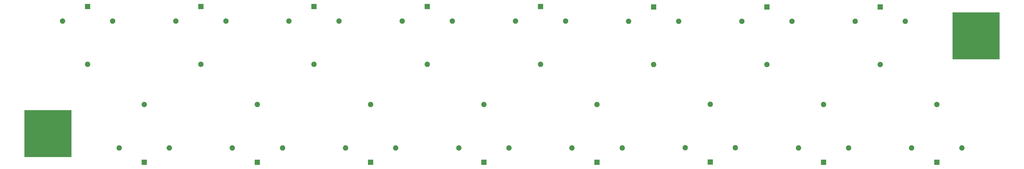
<source format=gts>
G04 #@! TF.GenerationSoftware,KiCad,Pcbnew,7.0.2*
G04 #@! TF.CreationDate,2024-02-27T13:18:42-06:00*
G04 #@! TF.ProjectId,CapBankBreakout,43617042-616e-46b4-9272-65616b6f7574,rev?*
G04 #@! TF.SameCoordinates,Original*
G04 #@! TF.FileFunction,Soldermask,Top*
G04 #@! TF.FilePolarity,Negative*
%FSLAX46Y46*%
G04 Gerber Fmt 4.6, Leading zero omitted, Abs format (unit mm)*
G04 Created by KiCad (PCBNEW 7.0.2) date 2024-02-27 13:18:42*
%MOMM*%
%LPD*%
G01*
G04 APERTURE LIST*
%ADD10R,18.288000X18.288000*%
%ADD11R,2.082800X2.082800*%
%ADD12C,2.082800*%
G04 APERTURE END LIST*
D10*
X135585000Y-168965000D03*
D11*
X216994998Y-180175709D03*
D12*
X216994998Y-157675709D03*
X226737784Y-174550709D03*
X207252212Y-174550709D03*
D11*
X282994998Y-119495409D03*
D12*
X282994998Y-141995409D03*
X273252212Y-125120409D03*
X292737784Y-125120409D03*
D11*
X172994998Y-180175709D03*
D12*
X172994998Y-157675709D03*
X182737784Y-174550709D03*
X163252212Y-174550709D03*
D11*
X436994998Y-180175709D03*
D12*
X436994998Y-157675709D03*
X446737784Y-174550709D03*
X427252212Y-174550709D03*
D11*
X458994998Y-119585559D03*
D12*
X458994998Y-142085559D03*
X449252212Y-125210559D03*
X468737784Y-125210559D03*
D11*
X150994998Y-119495409D03*
D12*
X150994998Y-141995409D03*
X141252212Y-125120409D03*
X160737784Y-125120409D03*
D11*
X326994998Y-119495409D03*
D12*
X326994998Y-141995409D03*
X317252212Y-125120409D03*
X336737784Y-125120409D03*
D11*
X392994998Y-180085559D03*
D12*
X392994998Y-157585559D03*
X402737784Y-174460559D03*
X383252212Y-174460559D03*
D11*
X370994998Y-119585559D03*
D12*
X370994998Y-142085559D03*
X361252212Y-125210559D03*
X380737784Y-125210559D03*
D11*
X238994998Y-119495409D03*
D12*
X238994998Y-141995409D03*
X229252212Y-125120409D03*
X248737784Y-125120409D03*
D11*
X480994998Y-180175709D03*
D12*
X480994998Y-157675709D03*
X490737784Y-174550709D03*
X471252212Y-174550709D03*
D11*
X304994998Y-180175709D03*
D12*
X304994998Y-157675709D03*
X314737784Y-174550709D03*
X295252212Y-174550709D03*
D11*
X260994998Y-180175709D03*
D12*
X260994998Y-157675709D03*
X270737784Y-174550709D03*
X251252212Y-174550709D03*
D11*
X194994998Y-119495409D03*
D12*
X194994998Y-141995409D03*
X185252212Y-125120409D03*
X204737784Y-125120409D03*
D11*
X348994998Y-180175709D03*
D12*
X348994998Y-157675709D03*
X358737784Y-174550709D03*
X339252212Y-174550709D03*
D10*
X496265000Y-130865000D03*
D11*
X414994998Y-119585559D03*
D12*
X414994998Y-142085559D03*
X405252212Y-125210559D03*
X424737784Y-125210559D03*
M02*

</source>
